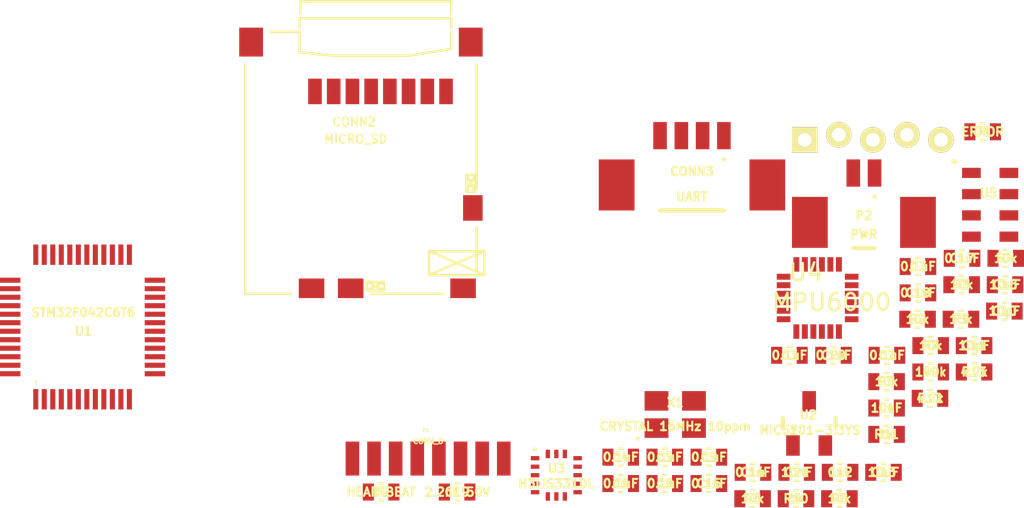
<source format=kicad_pcb>
(kicad_pcb (version 4) (host pcbnew "(2015-03-23 BZR 5533)-product")

  (general
    (links 148)
    (no_connects 148)
    (area 0 0 0 0)
    (thickness 1.6)
    (drawings 0)
    (tracks 0)
    (zones 0)
    (modules 47)
    (nets 35)
  )

  (page A4)
  (layers
    (0 F.Cu signal)
    (31 B.Cu signal)
    (32 B.Adhes user)
    (33 F.Adhes user)
    (34 B.Paste user)
    (35 F.Paste user)
    (36 B.SilkS user)
    (37 F.SilkS user)
    (38 B.Mask user)
    (39 F.Mask user)
    (40 Dwgs.User user)
    (41 Cmts.User user)
    (42 Eco1.User user)
    (43 Eco2.User user)
    (44 Edge.Cuts user)
    (45 Margin user)
    (46 B.CrtYd user)
    (47 F.CrtYd user)
    (48 B.Fab user)
    (49 F.Fab user)
  )

  (setup
    (last_trace_width 0.25)
    (trace_clearance 0.2)
    (zone_clearance 0.508)
    (zone_45_only no)
    (trace_min 0.2)
    (segment_width 0.2)
    (edge_width 0.1)
    (via_size 1)
    (via_drill 0.5)
    (via_min_size 0.4)
    (via_min_drill 0.3)
    (uvia_size 0.3)
    (uvia_drill 0.1)
    (uvias_allowed no)
    (uvia_min_size 0.2)
    (uvia_min_drill 0.1)
    (pcb_text_width 0.3)
    (pcb_text_size 1.5 1.5)
    (mod_edge_width 0.15)
    (mod_text_size 1 1)
    (mod_text_width 0.15)
    (pad_size 1.15 1.5)
    (pad_drill 0.6)
    (pad_to_mask_clearance 0)
    (aux_axis_origin 0 0)
    (visible_elements FFFFFF7F)
    (pcbplotparams
      (layerselection 0x00030_80000001)
      (usegerberextensions false)
      (excludeedgelayer true)
      (linewidth 0.100000)
      (plotframeref false)
      (viasonmask false)
      (mode 1)
      (useauxorigin false)
      (hpglpennumber 1)
      (hpglpenspeed 20)
      (hpglpendiameter 15)
      (hpglpenoverlay 2)
      (psnegative false)
      (psa4output false)
      (plotreference true)
      (plotvalue true)
      (plotinvisibletext false)
      (padsonsilk false)
      (subtractmaskfromsilk false)
      (outputformat 1)
      (mirror false)
      (drillshape 1)
      (scaleselection 1)
      (outputdirectory ""))
  )

  (net 0 "")
  (net 1 GND)
  (net 2 VCC)
  (net 3 /V_BAT_MON_AD)
  (net 4 /STM32F4_NRST)
  (net 5 "Net-(C10-Pad1)")
  (net 6 "Net-(C11-Pad1)")
  (net 7 /V_DC)
  (net 8 "Net-(C17-Pad2)")
  (net 9 "Net-(C19-Pad1)")
  (net 10 /STM32F4_SWCLK)
  (net 11 /STM32F4_SWDIO)
  (net 12 /SD_CLK)
  (net 13 "Net-(CONN2-Pad8)")
  (net 14 /SD_DOUT)
  (net 15 /SD_DIN)
  (net 16 /SD_CS)
  (net 17 "Net-(CONN2-Pad1)")
  (net 18 /SD_DETECT)
  (net 19 /UART_TX)
  (net 20 /UART_RX)
  (net 21 "Net-(D1-Pad2)")
  (net 22 /ERROR_LED)
  (net 23 "Net-(D2-Pad2)")
  (net 24 /HEARTBEAT_LED)
  (net 25 "Net-(P1-Pad3)")
  (net 26 "Net-(P1-Pad4)")
  (net 27 "Net-(P1-Pad5)")
  (net 28 "Net-(P1-Pad6)")
  (net 29 "Net-(P1-Pad7)")
  (net 30 "Net-(P1-Pad8)")
  (net 31 /INT_I2C_SCL)
  (net 32 /INT_I2C_SDA)
  (net 33 /H3LIS331DL_INT1)
  (net 34 /MPU6000_INT)

  (net_class Default "This is the default net class."
    (clearance 0.2)
    (trace_width 0.25)
    (via_dia 1)
    (via_drill 0.5)
    (uvia_dia 0.3)
    (uvia_drill 0.1)
    (add_net /ERROR_LED)
    (add_net /H3LIS331DL_INT1)
    (add_net /HEARTBEAT_LED)
    (add_net /INT_I2C_SCL)
    (add_net /INT_I2C_SDA)
    (add_net /MPU6000_INT)
    (add_net /SD_CLK)
    (add_net /SD_CS)
    (add_net /SD_DETECT)
    (add_net /SD_DIN)
    (add_net /SD_DOUT)
    (add_net /STM32F4_NRST)
    (add_net /STM32F4_SWCLK)
    (add_net /STM32F4_SWDIO)
    (add_net /UART_RX)
    (add_net /UART_TX)
    (add_net /V_BAT_MON_AD)
    (add_net /V_DC)
    (add_net GND)
    (add_net "Net-(C10-Pad1)")
    (add_net "Net-(C11-Pad1)")
    (add_net "Net-(C17-Pad2)")
    (add_net "Net-(C19-Pad1)")
    (add_net "Net-(CONN2-Pad1)")
    (add_net "Net-(CONN2-Pad8)")
    (add_net "Net-(D1-Pad2)")
    (add_net "Net-(D2-Pad2)")
    (add_net "Net-(P1-Pad3)")
    (add_net "Net-(P1-Pad4)")
    (add_net "Net-(P1-Pad5)")
    (add_net "Net-(P1-Pad6)")
    (add_net "Net-(P1-Pad7)")
    (add_net "Net-(P1-Pad8)")
    (add_net VCC)
  )

  (module _std:_0603-W (layer F.Cu) (tedit 52FF42E6) (tstamp 551472A2)
    (at 146.875 65.815001)
    (path /512952F6)
    (fp_text reference C1 (at 0 0) (layer F.SilkS)
      (effects (font (size 0.5 0.5) (thickness 0.125)))
    )
    (fp_text value 10uF (at 0 0) (layer F.SilkS)
      (effects (font (size 0.5 0.5) (thickness 0.125)))
    )
    (fp_line (start 0.1 0.5) (end -0.1 0.5) (layer F.SilkS) (width 0.15))
    (fp_line (start 0.1 -0.5) (end -0.1 -0.5) (layer F.SilkS) (width 0.15))
    (pad 2 smd rect (at 0.75 0) (size 0.65 1) (layers F.Cu F.Paste F.Mask)
      (net 1 GND))
    (pad 1 smd rect (at -0.75 0) (size 0.65 1) (layers F.Cu F.Paste F.Mask)
      (net 2 VCC))
  )

  (module _std:_0603-W (layer F.Cu) (tedit 52FF42E6) (tstamp 551472A8)
    (at 146.898213 62.715001)
    (path /517E8463)
    (fp_text reference C2 (at 0 0) (layer F.SilkS)
      (effects (font (size 0.5 0.5) (thickness 0.125)))
    )
    (fp_text value 0.1uF (at 0 0) (layer F.SilkS)
      (effects (font (size 0.5 0.5) (thickness 0.125)))
    )
    (fp_line (start 0.1 0.5) (end -0.1 0.5) (layer F.SilkS) (width 0.15))
    (fp_line (start 0.1 -0.5) (end -0.1 -0.5) (layer F.SilkS) (width 0.15))
    (pad 2 smd rect (at 0.75 0) (size 0.65 1) (layers F.Cu F.Paste F.Mask)
      (net 1 GND))
    (pad 1 smd rect (at -0.75 0) (size 0.65 1) (layers F.Cu F.Paste F.Mask)
      (net 3 /V_BAT_MON_AD))
  )

  (module _std:_0603-W (layer F.Cu) (tedit 52FF42E6) (tstamp 551472AE)
    (at 141.168213 62.715001)
    (path /51294D4F)
    (fp_text reference C3 (at 0 0) (layer F.SilkS)
      (effects (font (size 0.5 0.5) (thickness 0.125)))
    )
    (fp_text value 0.1uF (at 0 0) (layer F.SilkS)
      (effects (font (size 0.5 0.5) (thickness 0.125)))
    )
    (fp_line (start 0.1 0.5) (end -0.1 0.5) (layer F.SilkS) (width 0.15))
    (fp_line (start 0.1 -0.5) (end -0.1 -0.5) (layer F.SilkS) (width 0.15))
    (pad 2 smd rect (at 0.75 0) (size 0.65 1) (layers F.Cu F.Paste F.Mask)
      (net 1 GND))
    (pad 1 smd rect (at -0.75 0) (size 0.65 1) (layers F.Cu F.Paste F.Mask)
      (net 2 VCC))
  )

  (module _std:_0603-W (layer F.Cu) (tedit 52FF42E6) (tstamp 551472B4)
    (at 131.258213 68.705001)
    (path /5128FABC)
    (fp_text reference C4 (at 0 0) (layer F.SilkS)
      (effects (font (size 0.5 0.5) (thickness 0.125)))
    )
    (fp_text value 0.1uF (at 0 0) (layer F.SilkS)
      (effects (font (size 0.5 0.5) (thickness 0.125)))
    )
    (fp_line (start 0.1 0.5) (end -0.1 0.5) (layer F.SilkS) (width 0.15))
    (fp_line (start 0.1 -0.5) (end -0.1 -0.5) (layer F.SilkS) (width 0.15))
    (pad 2 smd rect (at 0.75 0) (size 0.65 1) (layers F.Cu F.Paste F.Mask)
      (net 1 GND))
    (pad 1 smd rect (at -0.75 0) (size 0.65 1) (layers F.Cu F.Paste F.Mask)
      (net 2 VCC))
  )

  (module _std:_0603-W (layer F.Cu) (tedit 52FF42E6) (tstamp 551472BA)
    (at 133.848213 68.705001)
    (path /5128FAB8)
    (fp_text reference C5 (at 0 0) (layer F.SilkS)
      (effects (font (size 0.5 0.5) (thickness 0.125)))
    )
    (fp_text value 0.1uF (at 0 0) (layer F.SilkS)
      (effects (font (size 0.5 0.5) (thickness 0.125)))
    )
    (fp_line (start 0.1 0.5) (end -0.1 0.5) (layer F.SilkS) (width 0.15))
    (fp_line (start 0.1 -0.5) (end -0.1 -0.5) (layer F.SilkS) (width 0.15))
    (pad 2 smd rect (at 0.75 0) (size 0.65 1) (layers F.Cu F.Paste F.Mask)
      (net 1 GND))
    (pad 1 smd rect (at -0.75 0) (size 0.65 1) (layers F.Cu F.Paste F.Mask)
      (net 2 VCC))
  )

  (module _std:_0603-W (layer F.Cu) (tedit 52FF42E6) (tstamp 551472C0)
    (at 131.258213 70.255001)
    (path /5128F9E4)
    (fp_text reference C6 (at 0 0) (layer F.SilkS)
      (effects (font (size 0.5 0.5) (thickness 0.125)))
    )
    (fp_text value 0.1uF (at 0 0) (layer F.SilkS)
      (effects (font (size 0.5 0.5) (thickness 0.125)))
    )
    (fp_line (start 0.1 0.5) (end -0.1 0.5) (layer F.SilkS) (width 0.15))
    (fp_line (start 0.1 -0.5) (end -0.1 -0.5) (layer F.SilkS) (width 0.15))
    (pad 2 smd rect (at 0.75 0) (size 0.65 1) (layers F.Cu F.Paste F.Mask)
      (net 1 GND))
    (pad 1 smd rect (at -0.75 0) (size 0.65 1) (layers F.Cu F.Paste F.Mask)
      (net 2 VCC))
  )

  (module _std:_0603-W (layer F.Cu) (tedit 52FF42E6) (tstamp 551472C6)
    (at 148.718213 57.495001)
    (path /5128FAB5)
    (fp_text reference C7 (at 0 0) (layer F.SilkS)
      (effects (font (size 0.5 0.5) (thickness 0.125)))
    )
    (fp_text value 0.1uF (at 0 0) (layer F.SilkS)
      (effects (font (size 0.5 0.5) (thickness 0.125)))
    )
    (fp_line (start 0.1 0.5) (end -0.1 0.5) (layer F.SilkS) (width 0.15))
    (fp_line (start 0.1 -0.5) (end -0.1 -0.5) (layer F.SilkS) (width 0.15))
    (pad 2 smd rect (at 0.75 0) (size 0.65 1) (layers F.Cu F.Paste F.Mask)
      (net 1 GND))
    (pad 1 smd rect (at -0.75 0) (size 0.65 1) (layers F.Cu F.Paste F.Mask)
      (net 2 VCC))
  )

  (module _std:_0603-W (layer F.Cu) (tedit 52FF42E6) (tstamp 551472CC)
    (at 133.848213 70.255001)
    (path /5512E4C9)
    (fp_text reference C8 (at 0 0) (layer F.SilkS)
      (effects (font (size 0.5 0.5) (thickness 0.125)))
    )
    (fp_text value 0.1uF (at 0 0) (layer F.SilkS)
      (effects (font (size 0.5 0.5) (thickness 0.125)))
    )
    (fp_line (start 0.1 0.5) (end -0.1 0.5) (layer F.SilkS) (width 0.15))
    (fp_line (start 0.1 -0.5) (end -0.1 -0.5) (layer F.SilkS) (width 0.15))
    (pad 2 smd rect (at 0.75 0) (size 0.65 1) (layers F.Cu F.Paste F.Mask)
      (net 1 GND))
    (pad 1 smd rect (at -0.75 0) (size 0.65 1) (layers F.Cu F.Paste F.Mask)
      (net 4 /STM32F4_NRST))
  )

  (module _std:_0603-W (layer F.Cu) (tedit 52FF42E6) (tstamp 551472D2)
    (at 136.438213 68.705001)
    (path /5128F9F2)
    (fp_text reference C9 (at 0 0) (layer F.SilkS)
      (effects (font (size 0.5 0.5) (thickness 0.125)))
    )
    (fp_text value 0.1uF (at 0 0) (layer F.SilkS)
      (effects (font (size 0.5 0.5) (thickness 0.125)))
    )
    (fp_line (start 0.1 0.5) (end -0.1 0.5) (layer F.SilkS) (width 0.15))
    (fp_line (start 0.1 -0.5) (end -0.1 -0.5) (layer F.SilkS) (width 0.15))
    (pad 2 smd rect (at 0.75 0) (size 0.65 1) (layers F.Cu F.Paste F.Mask)
      (net 1 GND))
    (pad 1 smd rect (at -0.75 0) (size 0.65 1) (layers F.Cu F.Paste F.Mask)
      (net 2 VCC))
  )

  (module _std:_0603-W (layer F.Cu) (tedit 52FF42E6) (tstamp 551472D8)
    (at 153.795 60.115001)
    (path /51296556)
    (fp_text reference C10 (at 0 0) (layer F.SilkS)
      (effects (font (size 0.5 0.5) (thickness 0.125)))
    )
    (fp_text value 10pF (at 0 0) (layer F.SilkS)
      (effects (font (size 0.5 0.5) (thickness 0.125)))
    )
    (fp_line (start 0.1 0.5) (end -0.1 0.5) (layer F.SilkS) (width 0.15))
    (fp_line (start 0.1 -0.5) (end -0.1 -0.5) (layer F.SilkS) (width 0.15))
    (pad 2 smd rect (at 0.75 0) (size 0.65 1) (layers F.Cu F.Paste F.Mask)
      (net 1 GND))
    (pad 1 smd rect (at -0.75 0) (size 0.65 1) (layers F.Cu F.Paste F.Mask)
      (net 5 "Net-(C10-Pad1)"))
  )

  (module _std:_0603-W (layer F.Cu) (tedit 52FF42E6) (tstamp 551472DE)
    (at 152.015 62.145001)
    (path /51296551)
    (fp_text reference C11 (at 0 0) (layer F.SilkS)
      (effects (font (size 0.5 0.5) (thickness 0.125)))
    )
    (fp_text value 10pF (at 0 0) (layer F.SilkS)
      (effects (font (size 0.5 0.5) (thickness 0.125)))
    )
    (fp_line (start 0.1 0.5) (end -0.1 0.5) (layer F.SilkS) (width 0.15))
    (fp_line (start 0.1 -0.5) (end -0.1 -0.5) (layer F.SilkS) (width 0.15))
    (pad 2 smd rect (at 0.75 0) (size 0.65 1) (layers F.Cu F.Paste F.Mask)
      (net 1 GND))
    (pad 1 smd rect (at -0.75 0) (size 0.65 1) (layers F.Cu F.Paste F.Mask)
      (net 6 "Net-(C11-Pad1)"))
  )

  (module _std:_0603-W (layer F.Cu) (tedit 52FF42E6) (tstamp 551472E4)
    (at 144.145 69.595001)
    (path /551323CD)
    (fp_text reference C12 (at 0 0) (layer F.SilkS)
      (effects (font (size 0.5 0.5) (thickness 0.125)))
    )
    (fp_text value 1uF (at 0 0) (layer F.SilkS)
      (effects (font (size 0.5 0.5) (thickness 0.125)))
    )
    (fp_line (start 0.1 0.5) (end -0.1 0.5) (layer F.SilkS) (width 0.15))
    (fp_line (start 0.1 -0.5) (end -0.1 -0.5) (layer F.SilkS) (width 0.15))
    (pad 2 smd rect (at 0.75 0) (size 0.65 1) (layers F.Cu F.Paste F.Mask)
      (net 1 GND))
    (pad 1 smd rect (at -0.75 0) (size 0.65 1) (layers F.Cu F.Paste F.Mask)
      (net 7 /V_DC))
  )

  (module _std:_0603-W (layer F.Cu) (tedit 52FF42E6) (tstamp 551472EA)
    (at 146.695 69.595001)
    (path /55134589)
    (fp_text reference C13 (at 0 0) (layer F.SilkS)
      (effects (font (size 0.5 0.5) (thickness 0.125)))
    )
    (fp_text value 10uF (at 0 0) (layer F.SilkS)
      (effects (font (size 0.5 0.5) (thickness 0.125)))
    )
    (fp_line (start 0.1 0.5) (end -0.1 0.5) (layer F.SilkS) (width 0.15))
    (fp_line (start 0.1 -0.5) (end -0.1 -0.5) (layer F.SilkS) (width 0.15))
    (pad 2 smd rect (at 0.75 0) (size 0.65 1) (layers F.Cu F.Paste F.Mask)
      (net 1 GND))
    (pad 1 smd rect (at -0.75 0) (size 0.65 1) (layers F.Cu F.Paste F.Mask)
      (net 2 VCC))
  )

  (module _std:_0603-W (layer F.Cu) (tedit 52FF42E6) (tstamp 551472F0)
    (at 139.028213 69.595001)
    (path /5513455D)
    (fp_text reference C14 (at 0 0) (layer F.SilkS)
      (effects (font (size 0.5 0.5) (thickness 0.125)))
    )
    (fp_text value 0.1uF (at 0 0) (layer F.SilkS)
      (effects (font (size 0.5 0.5) (thickness 0.125)))
    )
    (fp_line (start 0.1 0.5) (end -0.1 0.5) (layer F.SilkS) (width 0.15))
    (fp_line (start 0.1 -0.5) (end -0.1 -0.5) (layer F.SilkS) (width 0.15))
    (pad 2 smd rect (at 0.75 0) (size 0.65 1) (layers F.Cu F.Paste F.Mask)
      (net 1 GND))
    (pad 1 smd rect (at -0.75 0) (size 0.65 1) (layers F.Cu F.Paste F.Mask)
      (net 2 VCC))
  )

  (module _std:_0603-W (layer F.Cu) (tedit 52FF42E6) (tstamp 551472F6)
    (at 136.438213 70.255001)
    (path /55138005)
    (fp_text reference C15 (at 0 0) (layer F.SilkS)
      (effects (font (size 0.5 0.5) (thickness 0.125)))
    )
    (fp_text value 0.1uF (at 0 0) (layer F.SilkS)
      (effects (font (size 0.5 0.5) (thickness 0.125)))
    )
    (fp_line (start 0.1 0.5) (end -0.1 0.5) (layer F.SilkS) (width 0.15))
    (fp_line (start 0.1 -0.5) (end -0.1 -0.5) (layer F.SilkS) (width 0.15))
    (pad 2 smd rect (at 0.75 0) (size 0.65 1) (layers F.Cu F.Paste F.Mask)
      (net 1 GND))
    (pad 1 smd rect (at -0.75 0) (size 0.65 1) (layers F.Cu F.Paste F.Mask)
      (net 2 VCC))
  )

  (module _std:_0603-W (layer F.Cu) (tedit 52FF42E6) (tstamp 551472FC)
    (at 153.835 58.565001)
    (path /55132377)
    (fp_text reference C16 (at 0 0) (layer F.SilkS)
      (effects (font (size 0.5 0.5) (thickness 0.125)))
    )
    (fp_text value 10uF (at 0 0) (layer F.SilkS)
      (effects (font (size 0.5 0.5) (thickness 0.125)))
    )
    (fp_line (start 0.1 0.5) (end -0.1 0.5) (layer F.SilkS) (width 0.15))
    (fp_line (start 0.1 -0.5) (end -0.1 -0.5) (layer F.SilkS) (width 0.15))
    (pad 2 smd rect (at 0.75 0) (size 0.65 1) (layers F.Cu F.Paste F.Mask)
      (net 1 GND))
    (pad 1 smd rect (at -0.75 0) (size 0.65 1) (layers F.Cu F.Paste F.Mask)
      (net 2 VCC))
  )

  (module _std:_0603-W (layer F.Cu) (tedit 52FF42E6) (tstamp 55147302)
    (at 151.308213 57.015001)
    (path /551344F0)
    (fp_text reference C17 (at 0 0) (layer F.SilkS)
      (effects (font (size 0.5 0.5) (thickness 0.125)))
    )
    (fp_text value 0.1uF (at 0 0) (layer F.SilkS)
      (effects (font (size 0.5 0.5) (thickness 0.125)))
    )
    (fp_line (start 0.1 0.5) (end -0.1 0.5) (layer F.SilkS) (width 0.15))
    (fp_line (start 0.1 -0.5) (end -0.1 -0.5) (layer F.SilkS) (width 0.15))
    (pad 2 smd rect (at 0.75 0) (size 0.65 1) (layers F.Cu F.Paste F.Mask)
      (net 8 "Net-(C17-Pad2)"))
    (pad 1 smd rect (at -0.75 0) (size 0.65 1) (layers F.Cu F.Paste F.Mask)
      (net 1 GND))
  )

  (module _std:_0603-W (layer F.Cu) (tedit 52FF42E6) (tstamp 55147308)
    (at 148.718213 59.045001)
    (path /55134510)
    (fp_text reference C18 (at 0 0) (layer F.SilkS)
      (effects (font (size 0.5 0.5) (thickness 0.125)))
    )
    (fp_text value 0.1uF (at 0 0) (layer F.SilkS)
      (effects (font (size 0.5 0.5) (thickness 0.125)))
    )
    (fp_line (start 0.1 0.5) (end -0.1 0.5) (layer F.SilkS) (width 0.15))
    (fp_line (start 0.1 -0.5) (end -0.1 -0.5) (layer F.SilkS) (width 0.15))
    (pad 2 smd rect (at 0.75 0) (size 0.65 1) (layers F.Cu F.Paste F.Mask)
      (net 1 GND))
    (pad 1 smd rect (at -0.75 0) (size 0.65 1) (layers F.Cu F.Paste F.Mask)
      (net 2 VCC))
  )

  (module _std:_0603-W (layer F.Cu) (tedit 52FF42E6) (tstamp 5514730E)
    (at 121.649165 70.755001)
    (path /55134503)
    (fp_text reference C19 (at 0 0) (layer F.SilkS)
      (effects (font (size 0.5 0.5) (thickness 0.125)))
    )
    (fp_text value "2.2nF 50V" (at 0 0) (layer F.SilkS)
      (effects (font (size 0.5 0.5) (thickness 0.125)))
    )
    (fp_line (start 0.1 0.5) (end -0.1 0.5) (layer F.SilkS) (width 0.15))
    (fp_line (start 0.1 -0.5) (end -0.1 -0.5) (layer F.SilkS) (width 0.15))
    (pad 2 smd rect (at 0.75 0) (size 0.65 1) (layers F.Cu F.Paste F.Mask)
      (net 1 GND))
    (pad 1 smd rect (at -0.75 0) (size 0.65 1) (layers F.Cu F.Paste F.Mask)
      (net 9 "Net-(C19-Pad1)"))
  )

  (module _std:_0603-W (layer F.Cu) (tedit 52FF42E6) (tstamp 55147314)
    (at 143.758213 62.715001)
    (path /551344CD)
    (fp_text reference C20 (at 0 0) (layer F.SilkS)
      (effects (font (size 0.5 0.5) (thickness 0.125)))
    )
    (fp_text value 0.1uF (at 0 0) (layer F.SilkS)
      (effects (font (size 0.5 0.5) (thickness 0.125)))
    )
    (fp_line (start 0.1 0.5) (end -0.1 0.5) (layer F.SilkS) (width 0.15))
    (fp_line (start 0.1 -0.5) (end -0.1 -0.5) (layer F.SilkS) (width 0.15))
    (pad 2 smd rect (at 0.75 0) (size 0.65 1) (layers F.Cu F.Paste F.Mask)
      (net 1 GND))
    (pad 1 smd rect (at -0.75 0) (size 0.65 1) (layers F.Cu F.Paste F.Mask)
      (net 2 VCC))
  )

  (module _std:_0603-W (layer F.Cu) (tedit 52FF42E6) (tstamp 5514731A)
    (at 141.595 69.595001)
    (path /5512FBFF)
    (fp_text reference C21 (at 0 0) (layer F.SilkS)
      (effects (font (size 0.5 0.5) (thickness 0.125)))
    )
    (fp_text value 10nF (at 0 0) (layer F.SilkS)
      (effects (font (size 0.5 0.5) (thickness 0.125)))
    )
    (fp_line (start 0.1 0.5) (end -0.1 0.5) (layer F.SilkS) (width 0.15))
    (fp_line (start 0.1 -0.5) (end -0.1 -0.5) (layer F.SilkS) (width 0.15))
    (pad 2 smd rect (at 0.75 0) (size 0.65 1) (layers F.Cu F.Paste F.Mask)
      (net 1 GND))
    (pad 1 smd rect (at -0.75 0) (size 0.65 1) (layers F.Cu F.Paste F.Mask)
      (net 2 VCC))
  )

  (module _connectors:_Pin2mm_5z (layer F.Cu) (tedit 5482F4B8) (tstamp 55147323)
    (at 146.07 50.05)
    (path /5512D833)
    (fp_text reference CONN1 (at 0 0) (layer F.SilkS)
      (effects (font (size 0.127 0.127) (thickness 0.03175)))
    )
    (fp_text value SWD (at 0 0) (layer F.SilkS)
      (effects (font (size 0.127 0.127) (thickness 0.03175)))
    )
    (pad 5 thru_hole circle (at 4 0) (size 1.5 1.5) (drill 0.8) (layers *.Cu *.Mask F.SilkS)
      (net 10 /STM32F4_SWCLK))
    (pad 4 thru_hole circle (at 2 -0.3) (size 1.5 1.5) (drill 0.8) (layers *.Cu *.Mask F.SilkS)
      (net 11 /STM32F4_SWDIO))
    (pad 3 thru_hole circle (at 0 0) (size 1.5 1.5) (drill 0.8) (layers *.Cu *.Mask F.SilkS)
      (net 4 /STM32F4_NRST))
    (pad 1 thru_hole rect (at -4 0) (size 1.5 1.5) (drill 0.8) (layers *.Cu *.Mask F.SilkS)
      (net 2 VCC))
    (pad 2 thru_hole circle (at -2 -0.3) (size 1.5 1.5) (drill 0.8) (layers *.Cu *.Mask F.SilkS)
      (net 1 GND))
  )

  (module _div:_Molex-microSD-502570-0893 (layer F.Cu) (tedit 52FFCF95) (tstamp 55147335)
    (at 113.3 47.2)
    (path /51294CD8)
    (fp_text reference CONN2 (at 2.3 1.8) (layer F.SilkS)
      (effects (font (size 0.5 0.5) (thickness 0.1)))
    )
    (fp_text value MICRO_SD (at 2.4 2.8) (layer F.SilkS)
      (effects (font (size 0.5 0.5) (thickness 0.1)))
    )
    (fp_line (start -0.85 -4.55) (end -0.85 -5.3) (layer F.SilkS) (width 0.15))
    (fp_line (start -0.85 -5.3) (end 8 -5.3) (layer F.SilkS) (width 0.15))
    (fp_line (start 8 -5.3) (end 8 -4.55) (layer F.SilkS) (width 0.15))
    (fp_line (start -0.9 -3.75) (end -0.9 -4.3) (layer F.SilkS) (width 0.15))
    (fp_line (start -0.9 -4.3) (end 8 -4.3) (layer F.SilkS) (width 0.15))
    (fp_line (start 8 -4.3) (end 8 -3.75) (layer F.SilkS) (width 0.15))
    (fp_line (start 4.05 11.2) (end 3.05 11.7) (layer F.SilkS) (width 0.15))
    (fp_line (start 3.05 11.2) (end 4.05 11.2) (layer F.SilkS) (width 0.15))
    (fp_line (start 4.05 11.2) (end 4.05 11.7) (layer F.SilkS) (width 0.15))
    (fp_line (start 4.05 11.7) (end 3.05 11.7) (layer F.SilkS) (width 0.15))
    (fp_line (start 3.05 11.7) (end 3.05 11.2) (layer F.SilkS) (width 0.15))
    (fp_line (start 3.05 11.2) (end 4.05 11.7) (layer F.SilkS) (width 0.15))
    (fp_line (start 9.95 9.4) (end 6.7 10.8) (layer F.SilkS) (width 0.15))
    (fp_line (start 6.75 9.4) (end 9.95 10.8) (layer F.SilkS) (width 0.15))
    (fp_line (start 8.9 5.9) (end 9.4 4.9) (layer F.SilkS) (width 0.15))
    (fp_line (start 8.9 4.9) (end 8.9 5.9) (layer F.SilkS) (width 0.15))
    (fp_line (start 8.9 5.9) (end 9.4 5.9) (layer F.SilkS) (width 0.15))
    (fp_line (start 9.4 5.9) (end 9.4 4.9) (layer F.SilkS) (width 0.15))
    (fp_line (start 9.4 4.9) (end 8.9 4.9) (layer F.SilkS) (width 0.15))
    (fp_line (start 8.9 4.9) (end 9.4 5.9) (layer F.SilkS) (width 0.15))
    (fp_line (start 6.7 9.4) (end 9.95 9.4) (layer F.SilkS) (width 0.15))
    (fp_line (start 9.95 9.4) (end 9.95 10.8) (layer F.SilkS) (width 0.15))
    (fp_line (start 9.95 10.8) (end 6.7 10.8) (layer F.SilkS) (width 0.15))
    (fp_line (start 6.7 10.8) (end 6.7 9.4) (layer F.SilkS) (width 0.15))
    (fp_line (start 8 -2.5) (end 8 -3.5) (layer F.SilkS) (width 0.15))
    (fp_line (start -2.6 -3.5) (end -0.9 -3.5) (layer F.SilkS) (width 0.15))
    (fp_line (start -0.9 -3.5) (end -0.9 -2.3) (layer F.SilkS) (width 0.15))
    (fp_line (start -0.9 -2.3) (end 1.1 -2.1) (layer F.SilkS) (width 0.15))
    (fp_line (start 1.1 -2.1) (end 5.5 -2.1) (layer F.SilkS) (width 0.15))
    (fp_line (start 5.5 -2.1) (end 8 -2.5) (layer F.SilkS) (width 0.15))
    (fp_line (start -1.4 11.9) (end -4.1 11.9) (layer F.SilkS) (width 0.15))
    (fp_line (start -4.1 -1.6) (end -4.1 11.9) (layer F.SilkS) (width 0.15))
    (fp_line (start 9.5 5.7) (end 9.5 -1.6) (layer F.SilkS) (width 0.15))
    (fp_line (start 9.5 10.6) (end 9.5 8) (layer F.SilkS) (width 0.15))
    (fp_line (start 3.3 11.9) (end 7.5 11.9) (layer F.SilkS) (width 0.15))
    (pad SHD smd rect (at 9.15 -2.9) (size 1.4 1.7) (layers F.Cu F.Paste F.Mask)
      (net 1 GND))
    (pad 5 smd rect (at 4.4 0) (size 0.8 1.5) (layers F.Cu F.Paste F.Mask)
      (net 12 /SD_CLK))
    (pad 6 smd rect (at 5.5 0) (size 0.8 1.5) (layers F.Cu F.Paste F.Mask)
      (net 1 GND))
    (pad 8 smd rect (at 7.7 0) (size 0.8 1.5) (layers F.Cu F.Paste F.Mask)
      (net 13 "Net-(CONN2-Pad8)"))
    (pad 7 smd rect (at 6.6 0) (size 0.8 1.5) (layers F.Cu F.Paste F.Mask)
      (net 14 /SD_DOUT))
    (pad 3 smd rect (at 2.2 0) (size 0.8 1.5) (layers F.Cu F.Paste F.Mask)
      (net 15 /SD_DIN))
    (pad 4 smd rect (at 3.3 0) (size 0.8 1.5) (layers F.Cu F.Paste F.Mask)
      (net 2 VCC))
    (pad 2 smd rect (at 1.1 0) (size 0.8 1.5) (layers F.Cu F.Paste F.Mask)
      (net 16 /SD_CS))
    (pad 1 smd rect (at 0 0) (size 0.8 1.5) (layers F.Cu F.Paste F.Mask)
      (net 17 "Net-(CONN2-Pad1)"))
    (pad SHD smd rect (at -3.75 -2.9) (size 1.4 1.7) (layers F.Cu F.Paste F.Mask)
      (net 1 GND))
    (pad 10 smd rect (at 9.275 6.85) (size 1.15 1.5) (layers F.Cu F.Paste F.Mask)
      (net 1 GND))
    (pad SHD smd rect (at 8.7 11.575) (size 1.5 1.15) (layers F.Cu F.Paste F.Mask)
      (net 1 GND))
    (pad 9 smd rect (at 2.1 11.575) (size 1.5 1.15) (layers F.Cu F.Paste F.Mask)
      (net 18 /SD_DETECT))
    (pad SHD smd rect (at -0.2 11.575) (size 1.5 1.15) (layers F.Cu F.Paste F.Mask)
      (net 1 GND))
  )

  (module _connectors:_Molex-PicoBlade-SMD-4 (layer F.Cu) (tedit 530D06C3) (tstamp 5514733F)
    (at 135.445 52.7)
    (path /55134793)
    (fp_text reference CONN3 (at 0 -0.8) (layer F.SilkS)
      (effects (font (size 0.5 0.5) (thickness 0.125)))
    )
    (fp_text value UART (at 0 0.7) (layer F.SilkS)
      (effects (font (size 0.5 0.5) (thickness 0.125)))
    )
    (fp_line (start 1.875 -1.5) (end 1.875 -1.51) (layer F.SilkS) (width 0.25))
    (fp_line (start -1.875 1.5) (end 1.875 1.5) (layer F.SilkS) (width 0.25))
    (pad 1 smd rect (at 1.875 -2.9) (size 0.8 1.6) (layers F.Cu F.Paste F.Mask)
      (net 2 VCC))
    (pad 2 smd rect (at 0.625 -2.9) (size 0.8 1.6) (layers F.Cu F.Paste F.Mask)
      (net 1 GND))
    (pad 3 smd rect (at -0.625 -2.9) (size 0.8 1.6) (layers F.Cu F.Paste F.Mask)
      (net 19 /UART_TX))
    (pad 4 smd rect (at -1.875 -2.9) (size 0.8 1.6) (layers F.Cu F.Paste F.Mask)
      (net 20 /UART_RX))
    (pad MECH smd rect (at -4.425 0) (size 2.1 3) (layers F.Cu F.Paste F.Mask)
      (net 1 GND))
    (pad MECH smd rect (at 4.425 0) (size 2.1 3) (layers F.Cu F.Paste F.Mask)
      (net 1 GND))
  )

  (module _std:_0603-W (layer F.Cu) (tedit 52FF42E6) (tstamp 55147345)
    (at 152.520595 49.575001)
    (path /5129AEE9)
    (fp_text reference D1 (at 0 0) (layer F.SilkS)
      (effects (font (size 0.5 0.5) (thickness 0.125)))
    )
    (fp_text value ERROR (at 0 0) (layer F.SilkS)
      (effects (font (size 0.5 0.5) (thickness 0.125)))
    )
    (fp_line (start 0.1 0.5) (end -0.1 0.5) (layer F.SilkS) (width 0.15))
    (fp_line (start 0.1 -0.5) (end -0.1 -0.5) (layer F.SilkS) (width 0.15))
    (pad 2 smd rect (at 0.75 0) (size 0.65 1) (layers F.Cu F.Paste F.Mask)
      (net 21 "Net-(D1-Pad2)"))
    (pad 1 smd rect (at -0.75 0) (size 0.65 1) (layers F.Cu F.Paste F.Mask)
      (net 22 /ERROR_LED))
  )

  (module _std:_0603-W (layer F.Cu) (tedit 52FF42E6) (tstamp 5514734B)
    (at 117.186309 70.755001)
    (path /51973337)
    (fp_text reference D2 (at 0 0) (layer F.SilkS)
      (effects (font (size 0.5 0.5) (thickness 0.125)))
    )
    (fp_text value HEARTBEAT (at 0 0) (layer F.SilkS)
      (effects (font (size 0.5 0.5) (thickness 0.125)))
    )
    (fp_line (start 0.1 0.5) (end -0.1 0.5) (layer F.SilkS) (width 0.15))
    (fp_line (start 0.1 -0.5) (end -0.1 -0.5) (layer F.SilkS) (width 0.15))
    (pad 2 smd rect (at 0.75 0) (size 0.65 1) (layers F.Cu F.Paste F.Mask)
      (net 23 "Net-(D2-Pad2)"))
    (pad 1 smd rect (at -0.75 0) (size 0.65 1) (layers F.Cu F.Paste F.Mask)
      (net 24 /HEARTBEAT_LED))
  )

  (module _connectors:_Solder_Pad1.27_8 (layer F.Cu) (tedit 5352AE27) (tstamp 55147357)
    (at 119.945 68.786)
    (path /551457FA)
    (fp_text reference P1 (at -0.127 -1.651) (layer F.SilkS)
      (effects (font (size 0.2 0.2) (thickness 0.05)))
    )
    (fp_text value CONN_8 (at 0 -1.016) (layer F.SilkS)
      (effects (font (size 0.3 0.3) (thickness 0.075)))
    )
    (pad 2 smd rect (at -3.175 0) (size 0.8 2) (layers F.Cu F.Paste F.Mask)
      (net 1 GND))
    (pad 1 smd rect (at -4.445 0) (size 0.8 2) (layers F.Cu F.Paste F.Mask)
      (net 2 VCC))
    (pad 3 smd rect (at -1.905 0) (size 0.8 2) (layers F.Cu F.Paste F.Mask)
      (net 25 "Net-(P1-Pad3)"))
    (pad 4 smd rect (at -0.635 0) (size 0.8 2) (layers F.Cu F.Paste F.Mask)
      (net 26 "Net-(P1-Pad4)"))
    (pad 5 smd rect (at 0.635 0) (size 0.8 2) (layers F.Cu F.Paste F.Mask)
      (net 27 "Net-(P1-Pad5)"))
    (pad 6 smd rect (at 1.905 0) (size 0.8 2) (layers F.Cu F.Paste F.Mask)
      (net 28 "Net-(P1-Pad6)"))
    (pad 7 smd rect (at 3.175 0) (size 0.8 2) (layers F.Cu F.Paste F.Mask)
      (net 29 "Net-(P1-Pad7)"))
    (pad 8 smd rect (at 4.445 0) (size 0.8 2) (layers F.Cu F.Paste F.Mask)
      (net 30 "Net-(P1-Pad8)"))
  )

  (module _connectors:_Molex-PicoBlade-SMD-2 (layer F.Cu) (tedit 530D06A9) (tstamp 5514735F)
    (at 145.545 54.9)
    (path /530D1BE0)
    (fp_text reference P2 (at 0 -0.4) (layer F.SilkS)
      (effects (font (size 0.5 0.5) (thickness 0.125)))
    )
    (fp_text value PWR (at 0 0.7) (layer F.SilkS)
      (effects (font (size 0.5 0.5) (thickness 0.125)))
    )
    (fp_line (start 0.625 -1.5) (end 0.625 -1.51) (layer F.SilkS) (width 0.25))
    (fp_line (start -0.625 1.5) (end 0.625 1.5) (layer F.SilkS) (width 0.25))
    (pad 1 smd rect (at 0.625 -2.9) (size 0.8 1.6) (layers F.Cu F.Paste F.Mask)
      (net 7 /V_DC))
    (pad 2 smd rect (at -0.625 -2.9) (size 0.8 1.6) (layers F.Cu F.Paste F.Mask)
      (net 1 GND))
    (pad MECH smd rect (at -3.175 0) (size 2.1 3) (layers F.Cu F.Paste F.Mask)
      (net 1 GND))
    (pad MECH smd rect (at 3.175 0) (size 2.1 3) (layers F.Cu F.Paste F.Mask)
      (net 1 GND))
  )

  (module _std:_0603-W (layer F.Cu) (tedit 52FF42E6) (tstamp 55147365)
    (at 151.245 60.595001)
    (path /517E843C)
    (fp_text reference R1 (at 0 0) (layer F.SilkS)
      (effects (font (size 0.5 0.5) (thickness 0.125)))
    )
    (fp_text value 15k (at 0 0) (layer F.SilkS)
      (effects (font (size 0.5 0.5) (thickness 0.125)))
    )
    (fp_line (start 0.1 0.5) (end -0.1 0.5) (layer F.SilkS) (width 0.15))
    (fp_line (start 0.1 -0.5) (end -0.1 -0.5) (layer F.SilkS) (width 0.15))
    (pad 2 smd rect (at 0.75 0) (size 0.65 1) (layers F.Cu F.Paste F.Mask)
      (net 7 /V_DC))
    (pad 1 smd rect (at -0.75 0) (size 0.65 1) (layers F.Cu F.Paste F.Mask)
      (net 3 /V_BAT_MON_AD))
  )

  (module _std:_0603-W (layer F.Cu) (tedit 52FF42E6) (tstamp 5514736B)
    (at 148.695 60.595001)
    (path /517E844D)
    (fp_text reference R2 (at 0 0) (layer F.SilkS)
      (effects (font (size 0.5 0.5) (thickness 0.125)))
    )
    (fp_text value 10k (at 0 0) (layer F.SilkS)
      (effects (font (size 0.5 0.5) (thickness 0.125)))
    )
    (fp_line (start 0.1 0.5) (end -0.1 0.5) (layer F.SilkS) (width 0.15))
    (fp_line (start 0.1 -0.5) (end -0.1 -0.5) (layer F.SilkS) (width 0.15))
    (pad 2 smd rect (at 0.75 0) (size 0.65 1) (layers F.Cu F.Paste F.Mask)
      (net 1 GND))
    (pad 1 smd rect (at -0.75 0) (size 0.65 1) (layers F.Cu F.Paste F.Mask)
      (net 3 /V_BAT_MON_AD))
  )

  (module _std:_0603-W (layer F.Cu) (tedit 52FF42E6) (tstamp 55147371)
    (at 151.285 58.565001)
    (path /55139A68)
    (fp_text reference R3 (at 0 0) (layer F.SilkS)
      (effects (font (size 0.5 0.5) (thickness 0.125)))
    )
    (fp_text value 10k (at 0 0) (layer F.SilkS)
      (effects (font (size 0.5 0.5) (thickness 0.125)))
    )
    (fp_line (start 0.1 0.5) (end -0.1 0.5) (layer F.SilkS) (width 0.15))
    (fp_line (start 0.1 -0.5) (end -0.1 -0.5) (layer F.SilkS) (width 0.15))
    (pad 2 smd rect (at 0.75 0) (size 0.65 1) (layers F.Cu F.Paste F.Mask)
      (net 13 "Net-(CONN2-Pad8)"))
    (pad 1 smd rect (at -0.75 0) (size 0.65 1) (layers F.Cu F.Paste F.Mask)
      (net 2 VCC))
  )

  (module _std:_0603-W (layer F.Cu) (tedit 52FF42E6) (tstamp 55147377)
    (at 153.875 57.015001)
    (path /55139AFA)
    (fp_text reference R4 (at 0 0) (layer F.SilkS)
      (effects (font (size 0.5 0.5) (thickness 0.125)))
    )
    (fp_text value 10k (at 0 0) (layer F.SilkS)
      (effects (font (size 0.5 0.5) (thickness 0.125)))
    )
    (fp_line (start 0.1 0.5) (end -0.1 0.5) (layer F.SilkS) (width 0.15))
    (fp_line (start 0.1 -0.5) (end -0.1 -0.5) (layer F.SilkS) (width 0.15))
    (pad 2 smd rect (at 0.75 0) (size 0.65 1) (layers F.Cu F.Paste F.Mask)
      (net 14 /SD_DOUT))
    (pad 1 smd rect (at -0.75 0) (size 0.65 1) (layers F.Cu F.Paste F.Mask)
      (net 2 VCC))
  )

  (module _std:_0603-W (layer F.Cu) (tedit 52FF42E6) (tstamp 5514737D)
    (at 146.875 64.265001)
    (path /55139B55)
    (fp_text reference R5 (at 0 0) (layer F.SilkS)
      (effects (font (size 0.5 0.5) (thickness 0.125)))
    )
    (fp_text value 10k (at 0 0) (layer F.SilkS)
      (effects (font (size 0.5 0.5) (thickness 0.125)))
    )
    (fp_line (start 0.1 0.5) (end -0.1 0.5) (layer F.SilkS) (width 0.15))
    (fp_line (start 0.1 -0.5) (end -0.1 -0.5) (layer F.SilkS) (width 0.15))
    (pad 2 smd rect (at 0.75 0) (size 0.65 1) (layers F.Cu F.Paste F.Mask)
      (net 12 /SD_CLK))
    (pad 1 smd rect (at -0.75 0) (size 0.65 1) (layers F.Cu F.Paste F.Mask)
      (net 2 VCC))
  )

  (module _std:_0603-W (layer F.Cu) (tedit 52FF42E6) (tstamp 55147383)
    (at 139.005 71.145001)
    (path /55149651)
    (fp_text reference R6 (at 0 0) (layer F.SilkS)
      (effects (font (size 0.5 0.5) (thickness 0.125)))
    )
    (fp_text value 10k (at 0 0) (layer F.SilkS)
      (effects (font (size 0.5 0.5) (thickness 0.125)))
    )
    (fp_line (start 0.1 0.5) (end -0.1 0.5) (layer F.SilkS) (width 0.15))
    (fp_line (start 0.1 -0.5) (end -0.1 -0.5) (layer F.SilkS) (width 0.15))
    (pad 2 smd rect (at 0.75 0) (size 0.65 1) (layers F.Cu F.Paste F.Mask)
      (net 15 /SD_DIN))
    (pad 1 smd rect (at -0.75 0) (size 0.65 1) (layers F.Cu F.Paste F.Mask)
      (net 2 VCC))
  )

  (module _std:_0603-W (layer F.Cu) (tedit 52FF42E6) (tstamp 55147389)
    (at 149.465 62.145001)
    (path /55149657)
    (fp_text reference R7 (at 0 0) (layer F.SilkS)
      (effects (font (size 0.5 0.5) (thickness 0.125)))
    )
    (fp_text value 10k (at 0 0) (layer F.SilkS)
      (effects (font (size 0.5 0.5) (thickness 0.125)))
    )
    (fp_line (start 0.1 0.5) (end -0.1 0.5) (layer F.SilkS) (width 0.15))
    (fp_line (start 0.1 -0.5) (end -0.1 -0.5) (layer F.SilkS) (width 0.15))
    (pad 2 smd rect (at 0.75 0) (size 0.65 1) (layers F.Cu F.Paste F.Mask)
      (net 16 /SD_CS))
    (pad 1 smd rect (at -0.75 0) (size 0.65 1) (layers F.Cu F.Paste F.Mask)
      (net 2 VCC))
  )

  (module _std:_0603-W (layer F.Cu) (tedit 52FF42E6) (tstamp 5514738F)
    (at 144.105 71.145001)
    (path /5514965D)
    (fp_text reference R8 (at 0 0) (layer F.SilkS)
      (effects (font (size 0.5 0.5) (thickness 0.125)))
    )
    (fp_text value 10k (at 0 0) (layer F.SilkS)
      (effects (font (size 0.5 0.5) (thickness 0.125)))
    )
    (fp_line (start 0.1 0.5) (end -0.1 0.5) (layer F.SilkS) (width 0.15))
    (fp_line (start 0.1 -0.5) (end -0.1 -0.5) (layer F.SilkS) (width 0.15))
    (pad 2 smd rect (at 0.75 0) (size 0.65 1) (layers F.Cu F.Paste F.Mask)
      (net 17 "Net-(CONN2-Pad1)"))
    (pad 1 smd rect (at -0.75 0) (size 0.65 1) (layers F.Cu F.Paste F.Mask)
      (net 2 VCC))
  )

  (module _std:_0603-W (layer F.Cu) (tedit 52FF42E6) (tstamp 55147395)
    (at 149.465 63.695001)
    (path /51292CE8)
    (fp_text reference R9 (at 0 0) (layer F.SilkS)
      (effects (font (size 0.5 0.5) (thickness 0.125)))
    )
    (fp_text value 100k (at 0 0) (layer F.SilkS)
      (effects (font (size 0.5 0.5) (thickness 0.125)))
    )
    (fp_line (start 0.1 0.5) (end -0.1 0.5) (layer F.SilkS) (width 0.15))
    (fp_line (start 0.1 -0.5) (end -0.1 -0.5) (layer F.SilkS) (width 0.15))
    (pad 2 smd rect (at 0.75 0) (size 0.65 1) (layers F.Cu F.Paste F.Mask)
      (net 2 VCC))
    (pad 1 smd rect (at -0.75 0) (size 0.65 1) (layers F.Cu F.Paste F.Mask)
      (net 4 /STM32F4_NRST))
  )

  (module _std:_0603-W (layer F.Cu) (tedit 52FF42E6) (tstamp 5514739B)
    (at 141.555 71.145001)
    (path /5129AEEA)
    (fp_text reference R10 (at 0 0) (layer F.SilkS)
      (effects (font (size 0.5 0.5) (thickness 0.125)))
    )
    (fp_text value 1k (at 0 0) (layer F.SilkS)
      (effects (font (size 0.5 0.5) (thickness 0.125)))
    )
    (fp_line (start 0.1 0.5) (end -0.1 0.5) (layer F.SilkS) (width 0.15))
    (fp_line (start 0.1 -0.5) (end -0.1 -0.5) (layer F.SilkS) (width 0.15))
    (pad 2 smd rect (at 0.75 0) (size 0.65 1) (layers F.Cu F.Paste F.Mask)
      (net 1 GND))
    (pad 1 smd rect (at -0.75 0) (size 0.65 1) (layers F.Cu F.Paste F.Mask)
      (net 21 "Net-(D1-Pad2)"))
  )

  (module _std:_0603-W (layer F.Cu) (tedit 52FF42E6) (tstamp 551473A1)
    (at 146.875 67.365001)
    (path /51973331)
    (fp_text reference R11 (at 0 0) (layer F.SilkS)
      (effects (font (size 0.5 0.5) (thickness 0.125)))
    )
    (fp_text value 1k (at 0 0) (layer F.SilkS)
      (effects (font (size 0.5 0.5) (thickness 0.125)))
    )
    (fp_line (start 0.1 0.5) (end -0.1 0.5) (layer F.SilkS) (width 0.15))
    (fp_line (start 0.1 -0.5) (end -0.1 -0.5) (layer F.SilkS) (width 0.15))
    (pad 2 smd rect (at 0.75 0) (size 0.65 1) (layers F.Cu F.Paste F.Mask)
      (net 1 GND))
    (pad 1 smd rect (at -0.75 0) (size 0.65 1) (layers F.Cu F.Paste F.Mask)
      (net 23 "Net-(D2-Pad2)"))
  )

  (module _std:_0603-W (layer F.Cu) (tedit 52FF42E6) (tstamp 551473A7)
    (at 149.425 65.245001)
    (path /518B3ACD)
    (fp_text reference R12 (at 0 0) (layer F.SilkS)
      (effects (font (size 0.5 0.5) (thickness 0.125)))
    )
    (fp_text value 4.7k (at 0 0) (layer F.SilkS)
      (effects (font (size 0.5 0.5) (thickness 0.125)))
    )
    (fp_line (start 0.1 0.5) (end -0.1 0.5) (layer F.SilkS) (width 0.15))
    (fp_line (start 0.1 -0.5) (end -0.1 -0.5) (layer F.SilkS) (width 0.15))
    (pad 2 smd rect (at 0.75 0) (size 0.65 1) (layers F.Cu F.Paste F.Mask)
      (net 31 /INT_I2C_SCL))
    (pad 1 smd rect (at -0.75 0) (size 0.65 1) (layers F.Cu F.Paste F.Mask)
      (net 2 VCC))
  )

  (module _std:_0603-W (layer F.Cu) (tedit 52FF42E6) (tstamp 551473AD)
    (at 152.015 63.695001)
    (path /518B3AD7)
    (fp_text reference R13 (at 0 0) (layer F.SilkS)
      (effects (font (size 0.5 0.5) (thickness 0.125)))
    )
    (fp_text value 4.7k (at 0 0) (layer F.SilkS)
      (effects (font (size 0.5 0.5) (thickness 0.125)))
    )
    (fp_line (start 0.1 0.5) (end -0.1 0.5) (layer F.SilkS) (width 0.15))
    (fp_line (start 0.1 -0.5) (end -0.1 -0.5) (layer F.SilkS) (width 0.15))
    (pad 2 smd rect (at 0.75 0) (size 0.65 1) (layers F.Cu F.Paste F.Mask)
      (net 32 /INT_I2C_SDA))
    (pad 1 smd rect (at -0.75 0) (size 0.65 1) (layers F.Cu F.Paste F.Mask)
      (net 2 VCC))
  )

  (module _lqfp:_LQFP48 (layer F.Cu) (tedit 52FFA100) (tstamp 551473E1)
    (at 96.9 65.3)
    (path /55131C3C)
    (fp_text reference U1 (at 2.8 -4) (layer F.SilkS)
      (effects (font (size 0.5 0.5) (thickness 0.125)))
    )
    (fp_text value STM32F042C6T6 (at 2.8 -5.1) (layer F.SilkS)
      (effects (font (size 0.5 0.5) (thickness 0.125)))
    )
    (fp_line (start 0 -1) (end 0 -1.01) (layer F.SilkS) (width 0.15))
    (pad 1 smd rect (at 0 0) (size 0.3 1.2) (layers F.Cu F.Paste F.Mask)
      (net 2 VCC))
    (pad 2 smd rect (at 0.5 0) (size 0.3 1.2) (layers F.Cu F.Paste F.Mask))
    (pad 3 smd rect (at 1 0) (size 0.3 1.2) (layers F.Cu F.Paste F.Mask))
    (pad 4 smd rect (at 1.5 0) (size 0.3 1.2) (layers F.Cu F.Paste F.Mask))
    (pad 5 smd rect (at 2 0) (size 0.3 1.2) (layers F.Cu F.Paste F.Mask)
      (net 5 "Net-(C10-Pad1)"))
    (pad 6 smd rect (at 2.5 0) (size 0.3 1.2) (layers F.Cu F.Paste F.Mask)
      (net 6 "Net-(C11-Pad1)"))
    (pad 7 smd rect (at 3 0) (size 0.3 1.2) (layers F.Cu F.Paste F.Mask)
      (net 4 /STM32F4_NRST))
    (pad 8 smd rect (at 3.5 0) (size 0.3 1.2) (layers F.Cu F.Paste F.Mask)
      (net 1 GND))
    (pad 9 smd rect (at 4 0) (size 0.3 1.2) (layers F.Cu F.Paste F.Mask)
      (net 2 VCC))
    (pad 10 smd rect (at 4.5 0) (size 0.3 1.2) (layers F.Cu F.Paste F.Mask))
    (pad 11 smd rect (at 5 0) (size 0.3 1.2) (layers F.Cu F.Paste F.Mask)
      (net 3 /V_BAT_MON_AD))
    (pad 12 smd rect (at 5.5 0) (size 0.3 1.2) (layers F.Cu F.Paste F.Mask)
      (net 25 "Net-(P1-Pad3)"))
    (pad 13 smd rect (at 7 -1.5 270) (size 0.3 1.2) (layers F.Cu F.Paste F.Mask)
      (net 26 "Net-(P1-Pad4)"))
    (pad 14 smd rect (at 7 -2 270) (size 0.3 1.2) (layers F.Cu F.Paste F.Mask)
      (net 27 "Net-(P1-Pad5)"))
    (pad 15 smd rect (at 7 -2.5 270) (size 0.3 1.2) (layers F.Cu F.Paste F.Mask)
      (net 28 "Net-(P1-Pad6)"))
    (pad 16 smd rect (at 7 -3 270) (size 0.3 1.2) (layers F.Cu F.Paste F.Mask)
      (net 29 "Net-(P1-Pad7)"))
    (pad 17 smd rect (at 7 -3.5 270) (size 0.3 1.2) (layers F.Cu F.Paste F.Mask)
      (net 30 "Net-(P1-Pad8)"))
    (pad 18 smd rect (at 7 -4 270) (size 0.3 1.2) (layers F.Cu F.Paste F.Mask))
    (pad 19 smd rect (at 7 -4.5 270) (size 0.3 1.2) (layers F.Cu F.Paste F.Mask)
      (net 33 /H3LIS331DL_INT1))
    (pad 20 smd rect (at 7 -5 270) (size 0.3 1.2) (layers F.Cu F.Paste F.Mask)
      (net 34 /MPU6000_INT))
    (pad 21 smd rect (at 7 -5.5 270) (size 0.3 1.2) (layers F.Cu F.Paste F.Mask))
    (pad 22 smd rect (at 7 -6 270) (size 0.3 1.2) (layers F.Cu F.Paste F.Mask))
    (pad 23 smd rect (at 7 -6.5 270) (size 0.3 1.2) (layers F.Cu F.Paste F.Mask)
      (net 1 GND))
    (pad 24 smd rect (at 7 -7 270) (size 0.3 1.2) (layers F.Cu F.Paste F.Mask)
      (net 2 VCC))
    (pad 25 smd rect (at 5.5 -8.5 180) (size 0.3 1.2) (layers F.Cu F.Paste F.Mask)
      (net 16 /SD_CS))
    (pad 26 smd rect (at 5 -8.5 180) (size 0.3 1.2) (layers F.Cu F.Paste F.Mask)
      (net 12 /SD_CLK))
    (pad 27 smd rect (at 4.5 -8.5 180) (size 0.3 1.2) (layers F.Cu F.Paste F.Mask)
      (net 14 /SD_DOUT))
    (pad 28 smd rect (at 4 -8.5 180) (size 0.3 1.2) (layers F.Cu F.Paste F.Mask)
      (net 15 /SD_DIN))
    (pad 29 smd rect (at 3.5 -8.5 180) (size 0.3 1.2) (layers F.Cu F.Paste F.Mask)
      (net 24 /HEARTBEAT_LED))
    (pad 30 smd rect (at 3 -8.5 180) (size 0.3 1.2) (layers F.Cu F.Paste F.Mask)
      (net 19 /UART_TX))
    (pad 31 smd rect (at 2.5 -8.5 180) (size 0.3 1.2) (layers F.Cu F.Paste F.Mask)
      (net 20 /UART_RX))
    (pad 32 smd rect (at 2 -8.5 180) (size 0.3 1.2) (layers F.Cu F.Paste F.Mask))
    (pad 33 smd rect (at 1.5 -8.5 180) (size 0.3 1.2) (layers F.Cu F.Paste F.Mask))
    (pad 34 smd rect (at 1 -8.5 180) (size 0.3 1.2) (layers F.Cu F.Paste F.Mask)
      (net 11 /STM32F4_SWDIO))
    (pad 35 smd rect (at 0.5 -8.5 180) (size 0.3 1.2) (layers F.Cu F.Paste F.Mask)
      (net 1 GND))
    (pad 36 smd rect (at 0 -8.5 180) (size 0.3 1.2) (layers F.Cu F.Paste F.Mask)
      (net 2 VCC))
    (pad 37 smd rect (at -1.5 -7 90) (size 0.3 1.2) (layers F.Cu F.Paste F.Mask)
      (net 10 /STM32F4_SWCLK))
    (pad 38 smd rect (at -1.5 -6.5 90) (size 0.3 1.2) (layers F.Cu F.Paste F.Mask)
      (net 22 /ERROR_LED))
    (pad 39 smd rect (at -1.5 -6 90) (size 0.3 1.2) (layers F.Cu F.Paste F.Mask)
      (net 18 /SD_DETECT))
    (pad 40 smd rect (at -1.5 -5.5 90) (size 0.3 1.2) (layers F.Cu F.Paste F.Mask))
    (pad 41 smd rect (at -1.5 -5 90) (size 0.3 1.2) (layers F.Cu F.Paste F.Mask))
    (pad 42 smd rect (at -1.5 -4.5 90) (size 0.3 1.2) (layers F.Cu F.Paste F.Mask)
      (net 31 /INT_I2C_SCL))
    (pad 43 smd rect (at -1.5 -4 90) (size 0.3 1.2) (layers F.Cu F.Paste F.Mask)
      (net 32 /INT_I2C_SDA))
    (pad 44 smd rect (at -1.5 -3.5 90) (size 0.3 1.2) (layers F.Cu F.Paste F.Mask)
      (net 1 GND))
    (pad 45 smd rect (at -1.5 -3 90) (size 0.3 1.2) (layers F.Cu F.Paste F.Mask))
    (pad 46 smd rect (at -1.5 -2.5 90) (size 0.3 1.2) (layers F.Cu F.Paste F.Mask))
    (pad 47 smd rect (at -1.5 -2 90) (size 0.3 1.2) (layers F.Cu F.Paste F.Mask)
      (net 1 GND))
    (pad 48 smd rect (at -1.5 -1.5 90) (size 0.3 1.2) (layers F.Cu F.Paste F.Mask)
      (net 2 VCC))
  )

  (module _std:_SOT23-3 (layer F.Cu) (tedit 52FFB305) (tstamp 551473E8)
    (at 141.376784 68.02)
    (path /5512E5B2)
    (fp_text reference U2 (at 0.9 -1.8) (layer F.SilkS)
      (effects (font (size 0.5 0.5) (thickness 0.125)))
    )
    (fp_text value MIC5201-3.3YS (at 1 -0.9) (layer F.SilkS)
      (effects (font (size 0.5 0.5) (thickness 0.125)))
    )
    (fp_line (start 2.5 -1.62) (end 2.5 -1) (layer F.SilkS) (width 0.25))
    (fp_line (start -0.6 -1.62) (end -0.6 -1) (layer F.SilkS) (width 0.25))
    (fp_line (start 0 -1.01) (end 0 -1) (layer F.SilkS) (width 0.25))
    (pad 2 smd rect (at 0.95 -2.6) (size 0.8 1.2) (layers F.Cu F.Paste F.Mask)
      (net 1 GND))
    (pad 3 smd rect (at 1.9 0) (size 0.8 1.2) (layers F.Cu F.Paste F.Mask)
      (net 2 VCC))
    (pad 1 smd rect (at 0 0) (size 0.8 1.2) (layers F.Cu F.Paste F.Mask)
      (net 7 /V_DC))
  )

  (module _sensors:_H3LIS331DL (layer F.Cu) (tedit 52FFB080) (tstamp 551473FC)
    (at 127.478689 69.765001)
    (path /55134564)
    (fp_text reference U3 (at 0 -0.4) (layer F.SilkS)
      (effects (font (size 0.5 0.5) (thickness 0.125)))
    )
    (fp_text value H3LIS331DL (at 0 0.5) (layer F.SilkS)
      (effects (font (size 0.5 0.5) (thickness 0.125)))
    )
    (fp_line (start -1.25 -1.51) (end -1.25 -1.5) (layer F.SilkS) (width 0.25))
    (pad 16 smd rect (at -0.5 -1.25 90) (size 0.5 0.25) (layers F.Cu F.Paste F.Mask)
      (net 1 GND))
    (pad 15 smd rect (at 0 -1.25 90) (size 0.5 0.25) (layers F.Cu F.Paste F.Mask)
      (net 2 VCC))
    (pad 14 smd rect (at 0.5 -1.25 90) (size 0.5 0.25) (layers F.Cu F.Paste F.Mask)
      (net 2 VCC))
    (pad 8 smd rect (at 0.5 1.25 90) (size 0.5 0.25) (layers F.Cu F.Paste F.Mask)
      (net 2 VCC))
    (pad 7 smd rect (at 0 1.25 90) (size 0.5 0.25) (layers F.Cu F.Paste F.Mask)
      (net 2 VCC))
    (pad 6 smd rect (at -0.5 1.25 90) (size 0.5 0.25) (layers F.Cu F.Paste F.Mask)
      (net 32 /INT_I2C_SDA))
    (pad 13 smd rect (at 1.25 -1) (size 0.5 0.25) (layers F.Cu F.Paste F.Mask)
      (net 1 GND))
    (pad 12 smd rect (at 1.25 -0.5) (size 0.5 0.25) (layers F.Cu F.Paste F.Mask)
      (net 1 GND))
    (pad 11 smd rect (at 1.25 0) (size 0.5 0.25) (layers F.Cu F.Paste F.Mask)
      (net 33 /H3LIS331DL_INT1))
    (pad 9 smd rect (at 1.25 1) (size 0.5 0.25) (layers F.Cu F.Paste F.Mask))
    (pad 10 smd rect (at 1.25 0.5) (size 0.5 0.25) (layers F.Cu F.Paste F.Mask)
      (net 1 GND))
    (pad 4 smd rect (at -1.25 0.5) (size 0.5 0.25) (layers F.Cu F.Paste F.Mask)
      (net 31 /INT_I2C_SCL))
    (pad 5 smd rect (at -1.25 1) (size 0.5 0.25) (layers F.Cu F.Paste F.Mask)
      (net 1 GND))
    (pad 3 smd rect (at -1.25 0) (size 0.5 0.25) (layers F.Cu F.Paste F.Mask))
    (pad 2 smd rect (at -1.25 -0.5) (size 0.5 0.25) (layers F.Cu F.Paste F.Mask))
    (pad 1 smd rect (at -1.25 -1) (size 0.5 0.25) (layers F.Cu F.Paste F.Mask)
      (net 2 VCC))
  )

  (module _sensors:_MPU-60X0 (layer F.Cu) (tedit 52FFC417) (tstamp 55147418)
    (at 142.825 59.345)
    (path /551344E3)
    (fp_text reference U4 (at -0.68 -1.5) (layer F.SilkS)
      (effects (font (size 1 1) (thickness 0.15)))
    )
    (fp_text value MPU6000 (at 0.82 0.25) (layer F.SilkS)
      (effects (font (size 1 1) (thickness 0.15)))
    )
    (pad 24 smd rect (at -1.25 -1.975 90) (size 0.85 0.35) (layers F.Cu F.Mask)
      (net 32 /INT_I2C_SDA))
    (pad 23 smd rect (at -0.75 -1.975 90) (size 0.85 0.35) (layers F.Cu F.Mask)
      (net 31 /INT_I2C_SCL))
    (pad 22 smd rect (at -0.25 -1.975 90) (size 0.85 0.35) (layers F.Cu F.Mask))
    (pad 21 smd rect (at 0.25 -1.975 90) (size 0.85 0.35) (layers F.Cu F.Mask))
    (pad 20 smd rect (at 0.75 -1.975 90) (size 0.85 0.35) (layers F.Cu F.Mask)
      (net 9 "Net-(C19-Pad1)"))
    (pad 19 smd rect (at 1.25 -1.975 90) (size 0.85 0.35) (layers F.Cu F.Mask))
    (pad 12 smd rect (at 1.25 1.975 90) (size 0.85 0.35) (layers F.Cu F.Mask)
      (net 34 /MPU6000_INT))
    (pad 11 smd rect (at 0.75 1.975 90) (size 0.85 0.35) (layers F.Cu F.Mask)
      (net 1 GND))
    (pad 10 smd rect (at 0.25 1.975 90) (size 0.85 0.35) (layers F.Cu F.Mask)
      (net 8 "Net-(C17-Pad2)"))
    (pad 9 smd rect (at -0.25 1.975 90) (size 0.85 0.35) (layers F.Cu F.Mask)
      (net 1 GND))
    (pad 8 smd rect (at -0.75 1.975 90) (size 0.85 0.35) (layers F.Cu F.Mask)
      (net 2 VCC))
    (pad 7 smd rect (at -1.25 1.975 90) (size 0.85 0.35) (layers F.Cu F.Mask))
    (pad 16 smd rect (at 2 -0.25) (size 0.8 0.35) (layers F.Cu F.Mask))
    (pad 15 smd rect (at 2 0.25) (size 0.8 0.35) (layers F.Cu F.Mask))
    (pad 17 smd rect (at 2 -0.75) (size 0.8 0.35) (layers F.Cu F.Mask))
    (pad 18 smd rect (at 2 -1.25) (size 0.8 0.35) (layers F.Cu F.Mask)
      (net 1 GND))
    (pad 14 smd rect (at 2 0.75) (size 0.8 0.35) (layers F.Cu F.Mask))
    (pad 13 smd rect (at 2 1.25) (size 0.8 0.35) (layers F.Cu F.Mask)
      (net 2 VCC))
    (pad 6 smd rect (at -2 1.25) (size 0.8 0.35) (layers F.Cu F.Mask))
    (pad 5 smd rect (at -2 0.75) (size 0.8 0.35) (layers F.Cu F.Mask))
    (pad 1 smd rect (at -2 -1.25) (size 0.8 0.35) (layers F.Cu F.Mask)
      (net 1 GND))
    (pad 2 smd rect (at -2 -0.75) (size 0.8 0.35) (layers F.Cu F.Mask))
    (pad 4 smd rect (at -2 0.25) (size 0.8 0.35) (layers F.Cu F.Mask))
    (pad 3 smd rect (at -2 -0.25) (size 0.8 0.35) (layers F.Cu F.Mask))
  )

  (module _sensors:_MS5611-01BA (layer F.Cu) (tedit 52FFB14C) (tstamp 55147424)
    (at 152.958689 53.865001)
    (tags "barometer sensor")
    (path /55134549)
    (fp_text reference U5 (at -0.1 -0.7) (layer F.SilkS)
      (effects (font (size 0.5 0.5) (thickness 0.125)))
    )
    (fp_text value MS5611-01BA (at 0 0.7) (layer F.SilkS) hide
      (effects (font (size 0.5 0.5) (thickness 0.125)))
    )
    (fp_line (start -2.159 -2.54) (end -2.032 -2.54) (layer F.SilkS) (width 0.25))
    (pad 3 smd rect (at -1.1 0.625) (size 1.1 0.6) (layers F.Cu F.Paste F.Mask)
      (net 1 GND))
    (pad 4 smd rect (at -1.1 1.875) (size 1.1 0.6) (layers F.Cu F.Paste F.Mask)
      (net 1 GND))
    (pad 2 smd rect (at -1.1 -0.625) (size 1.1 0.6) (layers F.Cu F.Paste F.Mask)
      (net 2 VCC))
    (pad 1 smd rect (at -1.1 -1.875) (size 1.1 0.6) (layers F.Cu F.Paste F.Mask)
      (net 2 VCC))
    (pad 8 smd rect (at 1.1 -1.875) (size 1.1 0.6) (layers F.Cu F.Paste F.Mask)
      (net 31 /INT_I2C_SCL))
    (pad 7 smd rect (at 1.1 -0.625) (size 1.1 0.6) (layers F.Cu F.Paste F.Mask)
      (net 32 /INT_I2C_SDA))
    (pad 5 smd rect (at 1.1 1.875) (size 1.1 0.6) (layers F.Cu F.Paste F.Mask)
      (net 1 GND))
    (pad 6 smd rect (at 1.1 0.625) (size 1.1 0.6) (layers F.Cu F.Paste F.Mask))
  )

  (module _div:_TSX-3225-SMD-XTAL (layer F.Cu) (tedit 52FF9E9F) (tstamp 5514742C)
    (at 134.46107 66.195)
    (path /52F50C2D)
    (fp_text reference X1 (at 0 -0.7) (layer F.SilkS)
      (effects (font (size 0.5 0.5) (thickness 0.125)))
    )
    (fp_text value "CRYSTAL 16MHz 10ppm" (at 0 0.7) (layer F.SilkS)
      (effects (font (size 0.5 0.5) (thickness 0.125)))
    )
    (fp_line (start -2.2 1.4) (end -2.2 1.41) (layer F.SilkS) (width 0.25))
    (pad 4 smd rect (at -1.1 -0.8) (size 1.4 1.15) (layers F.Cu F.Paste F.Mask)
      (net 1 GND))
    (pad 3 smd rect (at 1.1 -0.8) (size 1.4 1.15) (layers F.Cu F.Paste F.Mask)
      (net 5 "Net-(C10-Pad1)"))
    (pad 2 smd rect (at 1.1 0.8) (size 1.4 1.15) (layers F.Cu F.Paste F.Mask)
      (net 1 GND))
    (pad 1 smd rect (at -1.1 0.8) (size 1.4 1.15) (layers F.Cu F.Paste F.Mask)
      (net 6 "Net-(C11-Pad1)"))
  )

)

</source>
